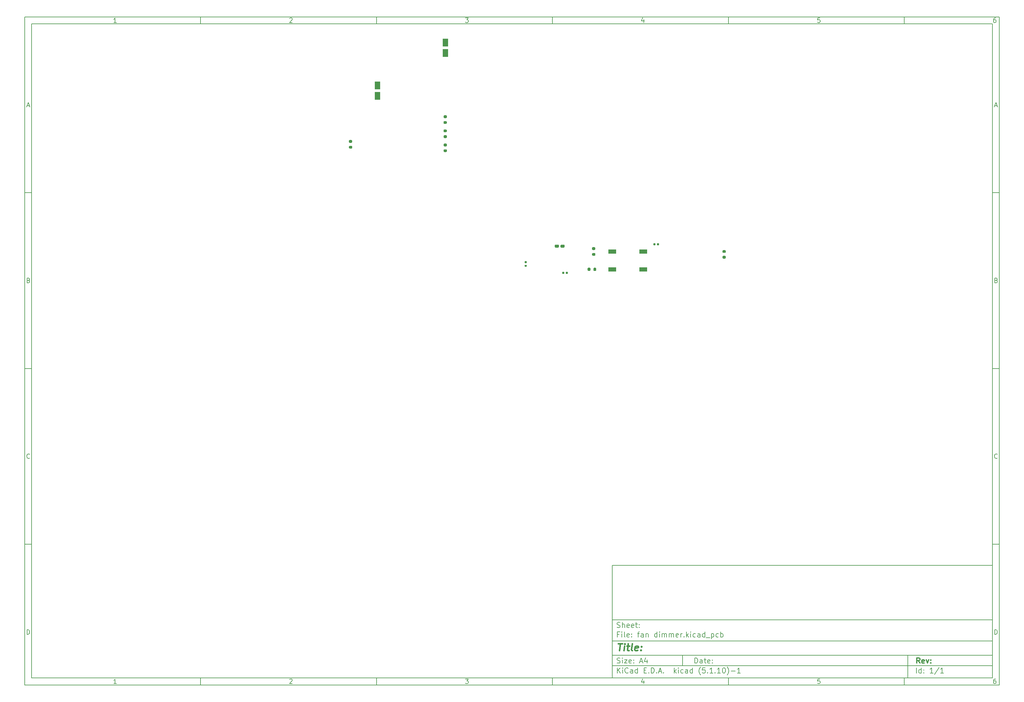
<source format=gtp>
%TF.GenerationSoftware,KiCad,Pcbnew,(5.1.10)-1*%
%TF.CreationDate,2021-11-11T09:46:56+05:30*%
%TF.ProjectId,fan dimmer,66616e20-6469-46d6-9d65-722e6b696361,rev?*%
%TF.SameCoordinates,Original*%
%TF.FileFunction,Paste,Top*%
%TF.FilePolarity,Positive*%
%FSLAX46Y46*%
G04 Gerber Fmt 4.6, Leading zero omitted, Abs format (unit mm)*
G04 Created by KiCad (PCBNEW (5.1.10)-1) date 2021-11-11 09:46:56*
%MOMM*%
%LPD*%
G01*
G04 APERTURE LIST*
%ADD10C,0.100000*%
%ADD11C,0.150000*%
%ADD12C,0.300000*%
%ADD13C,0.400000*%
%ADD14R,1.600000X2.200000*%
%ADD15R,2.235200X1.244600*%
G04 APERTURE END LIST*
D10*
D11*
X177002200Y-166007200D02*
X177002200Y-198007200D01*
X285002200Y-198007200D01*
X285002200Y-166007200D01*
X177002200Y-166007200D01*
D10*
D11*
X10000000Y-10000000D02*
X10000000Y-200007200D01*
X287002200Y-200007200D01*
X287002200Y-10000000D01*
X10000000Y-10000000D01*
D10*
D11*
X12000000Y-12000000D02*
X12000000Y-198007200D01*
X285002200Y-198007200D01*
X285002200Y-12000000D01*
X12000000Y-12000000D01*
D10*
D11*
X60000000Y-12000000D02*
X60000000Y-10000000D01*
D10*
D11*
X110000000Y-12000000D02*
X110000000Y-10000000D01*
D10*
D11*
X160000000Y-12000000D02*
X160000000Y-10000000D01*
D10*
D11*
X210000000Y-12000000D02*
X210000000Y-10000000D01*
D10*
D11*
X260000000Y-12000000D02*
X260000000Y-10000000D01*
D10*
D11*
X36065476Y-11588095D02*
X35322619Y-11588095D01*
X35694047Y-11588095D02*
X35694047Y-10288095D01*
X35570238Y-10473809D01*
X35446428Y-10597619D01*
X35322619Y-10659523D01*
D10*
D11*
X85322619Y-10411904D02*
X85384523Y-10350000D01*
X85508333Y-10288095D01*
X85817857Y-10288095D01*
X85941666Y-10350000D01*
X86003571Y-10411904D01*
X86065476Y-10535714D01*
X86065476Y-10659523D01*
X86003571Y-10845238D01*
X85260714Y-11588095D01*
X86065476Y-11588095D01*
D10*
D11*
X135260714Y-10288095D02*
X136065476Y-10288095D01*
X135632142Y-10783333D01*
X135817857Y-10783333D01*
X135941666Y-10845238D01*
X136003571Y-10907142D01*
X136065476Y-11030952D01*
X136065476Y-11340476D01*
X136003571Y-11464285D01*
X135941666Y-11526190D01*
X135817857Y-11588095D01*
X135446428Y-11588095D01*
X135322619Y-11526190D01*
X135260714Y-11464285D01*
D10*
D11*
X185941666Y-10721428D02*
X185941666Y-11588095D01*
X185632142Y-10226190D02*
X185322619Y-11154761D01*
X186127380Y-11154761D01*
D10*
D11*
X236003571Y-10288095D02*
X235384523Y-10288095D01*
X235322619Y-10907142D01*
X235384523Y-10845238D01*
X235508333Y-10783333D01*
X235817857Y-10783333D01*
X235941666Y-10845238D01*
X236003571Y-10907142D01*
X236065476Y-11030952D01*
X236065476Y-11340476D01*
X236003571Y-11464285D01*
X235941666Y-11526190D01*
X235817857Y-11588095D01*
X235508333Y-11588095D01*
X235384523Y-11526190D01*
X235322619Y-11464285D01*
D10*
D11*
X285941666Y-10288095D02*
X285694047Y-10288095D01*
X285570238Y-10350000D01*
X285508333Y-10411904D01*
X285384523Y-10597619D01*
X285322619Y-10845238D01*
X285322619Y-11340476D01*
X285384523Y-11464285D01*
X285446428Y-11526190D01*
X285570238Y-11588095D01*
X285817857Y-11588095D01*
X285941666Y-11526190D01*
X286003571Y-11464285D01*
X286065476Y-11340476D01*
X286065476Y-11030952D01*
X286003571Y-10907142D01*
X285941666Y-10845238D01*
X285817857Y-10783333D01*
X285570238Y-10783333D01*
X285446428Y-10845238D01*
X285384523Y-10907142D01*
X285322619Y-11030952D01*
D10*
D11*
X60000000Y-198007200D02*
X60000000Y-200007200D01*
D10*
D11*
X110000000Y-198007200D02*
X110000000Y-200007200D01*
D10*
D11*
X160000000Y-198007200D02*
X160000000Y-200007200D01*
D10*
D11*
X210000000Y-198007200D02*
X210000000Y-200007200D01*
D10*
D11*
X260000000Y-198007200D02*
X260000000Y-200007200D01*
D10*
D11*
X36065476Y-199595295D02*
X35322619Y-199595295D01*
X35694047Y-199595295D02*
X35694047Y-198295295D01*
X35570238Y-198481009D01*
X35446428Y-198604819D01*
X35322619Y-198666723D01*
D10*
D11*
X85322619Y-198419104D02*
X85384523Y-198357200D01*
X85508333Y-198295295D01*
X85817857Y-198295295D01*
X85941666Y-198357200D01*
X86003571Y-198419104D01*
X86065476Y-198542914D01*
X86065476Y-198666723D01*
X86003571Y-198852438D01*
X85260714Y-199595295D01*
X86065476Y-199595295D01*
D10*
D11*
X135260714Y-198295295D02*
X136065476Y-198295295D01*
X135632142Y-198790533D01*
X135817857Y-198790533D01*
X135941666Y-198852438D01*
X136003571Y-198914342D01*
X136065476Y-199038152D01*
X136065476Y-199347676D01*
X136003571Y-199471485D01*
X135941666Y-199533390D01*
X135817857Y-199595295D01*
X135446428Y-199595295D01*
X135322619Y-199533390D01*
X135260714Y-199471485D01*
D10*
D11*
X185941666Y-198728628D02*
X185941666Y-199595295D01*
X185632142Y-198233390D02*
X185322619Y-199161961D01*
X186127380Y-199161961D01*
D10*
D11*
X236003571Y-198295295D02*
X235384523Y-198295295D01*
X235322619Y-198914342D01*
X235384523Y-198852438D01*
X235508333Y-198790533D01*
X235817857Y-198790533D01*
X235941666Y-198852438D01*
X236003571Y-198914342D01*
X236065476Y-199038152D01*
X236065476Y-199347676D01*
X236003571Y-199471485D01*
X235941666Y-199533390D01*
X235817857Y-199595295D01*
X235508333Y-199595295D01*
X235384523Y-199533390D01*
X235322619Y-199471485D01*
D10*
D11*
X285941666Y-198295295D02*
X285694047Y-198295295D01*
X285570238Y-198357200D01*
X285508333Y-198419104D01*
X285384523Y-198604819D01*
X285322619Y-198852438D01*
X285322619Y-199347676D01*
X285384523Y-199471485D01*
X285446428Y-199533390D01*
X285570238Y-199595295D01*
X285817857Y-199595295D01*
X285941666Y-199533390D01*
X286003571Y-199471485D01*
X286065476Y-199347676D01*
X286065476Y-199038152D01*
X286003571Y-198914342D01*
X285941666Y-198852438D01*
X285817857Y-198790533D01*
X285570238Y-198790533D01*
X285446428Y-198852438D01*
X285384523Y-198914342D01*
X285322619Y-199038152D01*
D10*
D11*
X10000000Y-60000000D02*
X12000000Y-60000000D01*
D10*
D11*
X10000000Y-110000000D02*
X12000000Y-110000000D01*
D10*
D11*
X10000000Y-160000000D02*
X12000000Y-160000000D01*
D10*
D11*
X10690476Y-35216666D02*
X11309523Y-35216666D01*
X10566666Y-35588095D02*
X11000000Y-34288095D01*
X11433333Y-35588095D01*
D10*
D11*
X11092857Y-84907142D02*
X11278571Y-84969047D01*
X11340476Y-85030952D01*
X11402380Y-85154761D01*
X11402380Y-85340476D01*
X11340476Y-85464285D01*
X11278571Y-85526190D01*
X11154761Y-85588095D01*
X10659523Y-85588095D01*
X10659523Y-84288095D01*
X11092857Y-84288095D01*
X11216666Y-84350000D01*
X11278571Y-84411904D01*
X11340476Y-84535714D01*
X11340476Y-84659523D01*
X11278571Y-84783333D01*
X11216666Y-84845238D01*
X11092857Y-84907142D01*
X10659523Y-84907142D01*
D10*
D11*
X11402380Y-135464285D02*
X11340476Y-135526190D01*
X11154761Y-135588095D01*
X11030952Y-135588095D01*
X10845238Y-135526190D01*
X10721428Y-135402380D01*
X10659523Y-135278571D01*
X10597619Y-135030952D01*
X10597619Y-134845238D01*
X10659523Y-134597619D01*
X10721428Y-134473809D01*
X10845238Y-134350000D01*
X11030952Y-134288095D01*
X11154761Y-134288095D01*
X11340476Y-134350000D01*
X11402380Y-134411904D01*
D10*
D11*
X10659523Y-185588095D02*
X10659523Y-184288095D01*
X10969047Y-184288095D01*
X11154761Y-184350000D01*
X11278571Y-184473809D01*
X11340476Y-184597619D01*
X11402380Y-184845238D01*
X11402380Y-185030952D01*
X11340476Y-185278571D01*
X11278571Y-185402380D01*
X11154761Y-185526190D01*
X10969047Y-185588095D01*
X10659523Y-185588095D01*
D10*
D11*
X287002200Y-60000000D02*
X285002200Y-60000000D01*
D10*
D11*
X287002200Y-110000000D02*
X285002200Y-110000000D01*
D10*
D11*
X287002200Y-160000000D02*
X285002200Y-160000000D01*
D10*
D11*
X285692676Y-35216666D02*
X286311723Y-35216666D01*
X285568866Y-35588095D02*
X286002200Y-34288095D01*
X286435533Y-35588095D01*
D10*
D11*
X286095057Y-84907142D02*
X286280771Y-84969047D01*
X286342676Y-85030952D01*
X286404580Y-85154761D01*
X286404580Y-85340476D01*
X286342676Y-85464285D01*
X286280771Y-85526190D01*
X286156961Y-85588095D01*
X285661723Y-85588095D01*
X285661723Y-84288095D01*
X286095057Y-84288095D01*
X286218866Y-84350000D01*
X286280771Y-84411904D01*
X286342676Y-84535714D01*
X286342676Y-84659523D01*
X286280771Y-84783333D01*
X286218866Y-84845238D01*
X286095057Y-84907142D01*
X285661723Y-84907142D01*
D10*
D11*
X286404580Y-135464285D02*
X286342676Y-135526190D01*
X286156961Y-135588095D01*
X286033152Y-135588095D01*
X285847438Y-135526190D01*
X285723628Y-135402380D01*
X285661723Y-135278571D01*
X285599819Y-135030952D01*
X285599819Y-134845238D01*
X285661723Y-134597619D01*
X285723628Y-134473809D01*
X285847438Y-134350000D01*
X286033152Y-134288095D01*
X286156961Y-134288095D01*
X286342676Y-134350000D01*
X286404580Y-134411904D01*
D10*
D11*
X285661723Y-185588095D02*
X285661723Y-184288095D01*
X285971247Y-184288095D01*
X286156961Y-184350000D01*
X286280771Y-184473809D01*
X286342676Y-184597619D01*
X286404580Y-184845238D01*
X286404580Y-185030952D01*
X286342676Y-185278571D01*
X286280771Y-185402380D01*
X286156961Y-185526190D01*
X285971247Y-185588095D01*
X285661723Y-185588095D01*
D10*
D11*
X200434342Y-193785771D02*
X200434342Y-192285771D01*
X200791485Y-192285771D01*
X201005771Y-192357200D01*
X201148628Y-192500057D01*
X201220057Y-192642914D01*
X201291485Y-192928628D01*
X201291485Y-193142914D01*
X201220057Y-193428628D01*
X201148628Y-193571485D01*
X201005771Y-193714342D01*
X200791485Y-193785771D01*
X200434342Y-193785771D01*
X202577200Y-193785771D02*
X202577200Y-193000057D01*
X202505771Y-192857200D01*
X202362914Y-192785771D01*
X202077200Y-192785771D01*
X201934342Y-192857200D01*
X202577200Y-193714342D02*
X202434342Y-193785771D01*
X202077200Y-193785771D01*
X201934342Y-193714342D01*
X201862914Y-193571485D01*
X201862914Y-193428628D01*
X201934342Y-193285771D01*
X202077200Y-193214342D01*
X202434342Y-193214342D01*
X202577200Y-193142914D01*
X203077200Y-192785771D02*
X203648628Y-192785771D01*
X203291485Y-192285771D02*
X203291485Y-193571485D01*
X203362914Y-193714342D01*
X203505771Y-193785771D01*
X203648628Y-193785771D01*
X204720057Y-193714342D02*
X204577200Y-193785771D01*
X204291485Y-193785771D01*
X204148628Y-193714342D01*
X204077200Y-193571485D01*
X204077200Y-193000057D01*
X204148628Y-192857200D01*
X204291485Y-192785771D01*
X204577200Y-192785771D01*
X204720057Y-192857200D01*
X204791485Y-193000057D01*
X204791485Y-193142914D01*
X204077200Y-193285771D01*
X205434342Y-193642914D02*
X205505771Y-193714342D01*
X205434342Y-193785771D01*
X205362914Y-193714342D01*
X205434342Y-193642914D01*
X205434342Y-193785771D01*
X205434342Y-192857200D02*
X205505771Y-192928628D01*
X205434342Y-193000057D01*
X205362914Y-192928628D01*
X205434342Y-192857200D01*
X205434342Y-193000057D01*
D10*
D11*
X177002200Y-194507200D02*
X285002200Y-194507200D01*
D10*
D11*
X178434342Y-196585771D02*
X178434342Y-195085771D01*
X179291485Y-196585771D02*
X178648628Y-195728628D01*
X179291485Y-195085771D02*
X178434342Y-195942914D01*
X179934342Y-196585771D02*
X179934342Y-195585771D01*
X179934342Y-195085771D02*
X179862914Y-195157200D01*
X179934342Y-195228628D01*
X180005771Y-195157200D01*
X179934342Y-195085771D01*
X179934342Y-195228628D01*
X181505771Y-196442914D02*
X181434342Y-196514342D01*
X181220057Y-196585771D01*
X181077200Y-196585771D01*
X180862914Y-196514342D01*
X180720057Y-196371485D01*
X180648628Y-196228628D01*
X180577200Y-195942914D01*
X180577200Y-195728628D01*
X180648628Y-195442914D01*
X180720057Y-195300057D01*
X180862914Y-195157200D01*
X181077200Y-195085771D01*
X181220057Y-195085771D01*
X181434342Y-195157200D01*
X181505771Y-195228628D01*
X182791485Y-196585771D02*
X182791485Y-195800057D01*
X182720057Y-195657200D01*
X182577200Y-195585771D01*
X182291485Y-195585771D01*
X182148628Y-195657200D01*
X182791485Y-196514342D02*
X182648628Y-196585771D01*
X182291485Y-196585771D01*
X182148628Y-196514342D01*
X182077200Y-196371485D01*
X182077200Y-196228628D01*
X182148628Y-196085771D01*
X182291485Y-196014342D01*
X182648628Y-196014342D01*
X182791485Y-195942914D01*
X184148628Y-196585771D02*
X184148628Y-195085771D01*
X184148628Y-196514342D02*
X184005771Y-196585771D01*
X183720057Y-196585771D01*
X183577200Y-196514342D01*
X183505771Y-196442914D01*
X183434342Y-196300057D01*
X183434342Y-195871485D01*
X183505771Y-195728628D01*
X183577200Y-195657200D01*
X183720057Y-195585771D01*
X184005771Y-195585771D01*
X184148628Y-195657200D01*
X186005771Y-195800057D02*
X186505771Y-195800057D01*
X186720057Y-196585771D02*
X186005771Y-196585771D01*
X186005771Y-195085771D01*
X186720057Y-195085771D01*
X187362914Y-196442914D02*
X187434342Y-196514342D01*
X187362914Y-196585771D01*
X187291485Y-196514342D01*
X187362914Y-196442914D01*
X187362914Y-196585771D01*
X188077200Y-196585771D02*
X188077200Y-195085771D01*
X188434342Y-195085771D01*
X188648628Y-195157200D01*
X188791485Y-195300057D01*
X188862914Y-195442914D01*
X188934342Y-195728628D01*
X188934342Y-195942914D01*
X188862914Y-196228628D01*
X188791485Y-196371485D01*
X188648628Y-196514342D01*
X188434342Y-196585771D01*
X188077200Y-196585771D01*
X189577200Y-196442914D02*
X189648628Y-196514342D01*
X189577200Y-196585771D01*
X189505771Y-196514342D01*
X189577200Y-196442914D01*
X189577200Y-196585771D01*
X190220057Y-196157200D02*
X190934342Y-196157200D01*
X190077200Y-196585771D02*
X190577200Y-195085771D01*
X191077200Y-196585771D01*
X191577200Y-196442914D02*
X191648628Y-196514342D01*
X191577200Y-196585771D01*
X191505771Y-196514342D01*
X191577200Y-196442914D01*
X191577200Y-196585771D01*
X194577200Y-196585771D02*
X194577200Y-195085771D01*
X194720057Y-196014342D02*
X195148628Y-196585771D01*
X195148628Y-195585771D02*
X194577200Y-196157200D01*
X195791485Y-196585771D02*
X195791485Y-195585771D01*
X195791485Y-195085771D02*
X195720057Y-195157200D01*
X195791485Y-195228628D01*
X195862914Y-195157200D01*
X195791485Y-195085771D01*
X195791485Y-195228628D01*
X197148628Y-196514342D02*
X197005771Y-196585771D01*
X196720057Y-196585771D01*
X196577200Y-196514342D01*
X196505771Y-196442914D01*
X196434342Y-196300057D01*
X196434342Y-195871485D01*
X196505771Y-195728628D01*
X196577200Y-195657200D01*
X196720057Y-195585771D01*
X197005771Y-195585771D01*
X197148628Y-195657200D01*
X198434342Y-196585771D02*
X198434342Y-195800057D01*
X198362914Y-195657200D01*
X198220057Y-195585771D01*
X197934342Y-195585771D01*
X197791485Y-195657200D01*
X198434342Y-196514342D02*
X198291485Y-196585771D01*
X197934342Y-196585771D01*
X197791485Y-196514342D01*
X197720057Y-196371485D01*
X197720057Y-196228628D01*
X197791485Y-196085771D01*
X197934342Y-196014342D01*
X198291485Y-196014342D01*
X198434342Y-195942914D01*
X199791485Y-196585771D02*
X199791485Y-195085771D01*
X199791485Y-196514342D02*
X199648628Y-196585771D01*
X199362914Y-196585771D01*
X199220057Y-196514342D01*
X199148628Y-196442914D01*
X199077200Y-196300057D01*
X199077200Y-195871485D01*
X199148628Y-195728628D01*
X199220057Y-195657200D01*
X199362914Y-195585771D01*
X199648628Y-195585771D01*
X199791485Y-195657200D01*
X202077200Y-197157200D02*
X202005771Y-197085771D01*
X201862914Y-196871485D01*
X201791485Y-196728628D01*
X201720057Y-196514342D01*
X201648628Y-196157200D01*
X201648628Y-195871485D01*
X201720057Y-195514342D01*
X201791485Y-195300057D01*
X201862914Y-195157200D01*
X202005771Y-194942914D01*
X202077200Y-194871485D01*
X203362914Y-195085771D02*
X202648628Y-195085771D01*
X202577200Y-195800057D01*
X202648628Y-195728628D01*
X202791485Y-195657200D01*
X203148628Y-195657200D01*
X203291485Y-195728628D01*
X203362914Y-195800057D01*
X203434342Y-195942914D01*
X203434342Y-196300057D01*
X203362914Y-196442914D01*
X203291485Y-196514342D01*
X203148628Y-196585771D01*
X202791485Y-196585771D01*
X202648628Y-196514342D01*
X202577200Y-196442914D01*
X204077200Y-196442914D02*
X204148628Y-196514342D01*
X204077200Y-196585771D01*
X204005771Y-196514342D01*
X204077200Y-196442914D01*
X204077200Y-196585771D01*
X205577200Y-196585771D02*
X204720057Y-196585771D01*
X205148628Y-196585771D02*
X205148628Y-195085771D01*
X205005771Y-195300057D01*
X204862914Y-195442914D01*
X204720057Y-195514342D01*
X206220057Y-196442914D02*
X206291485Y-196514342D01*
X206220057Y-196585771D01*
X206148628Y-196514342D01*
X206220057Y-196442914D01*
X206220057Y-196585771D01*
X207720057Y-196585771D02*
X206862914Y-196585771D01*
X207291485Y-196585771D02*
X207291485Y-195085771D01*
X207148628Y-195300057D01*
X207005771Y-195442914D01*
X206862914Y-195514342D01*
X208648628Y-195085771D02*
X208791485Y-195085771D01*
X208934342Y-195157200D01*
X209005771Y-195228628D01*
X209077200Y-195371485D01*
X209148628Y-195657200D01*
X209148628Y-196014342D01*
X209077200Y-196300057D01*
X209005771Y-196442914D01*
X208934342Y-196514342D01*
X208791485Y-196585771D01*
X208648628Y-196585771D01*
X208505771Y-196514342D01*
X208434342Y-196442914D01*
X208362914Y-196300057D01*
X208291485Y-196014342D01*
X208291485Y-195657200D01*
X208362914Y-195371485D01*
X208434342Y-195228628D01*
X208505771Y-195157200D01*
X208648628Y-195085771D01*
X209648628Y-197157200D02*
X209720057Y-197085771D01*
X209862914Y-196871485D01*
X209934342Y-196728628D01*
X210005771Y-196514342D01*
X210077200Y-196157200D01*
X210077200Y-195871485D01*
X210005771Y-195514342D01*
X209934342Y-195300057D01*
X209862914Y-195157200D01*
X209720057Y-194942914D01*
X209648628Y-194871485D01*
X210791485Y-196014342D02*
X211934342Y-196014342D01*
X213434342Y-196585771D02*
X212577200Y-196585771D01*
X213005771Y-196585771D02*
X213005771Y-195085771D01*
X212862914Y-195300057D01*
X212720057Y-195442914D01*
X212577200Y-195514342D01*
D10*
D11*
X177002200Y-191507200D02*
X285002200Y-191507200D01*
D10*
D12*
X264411485Y-193785771D02*
X263911485Y-193071485D01*
X263554342Y-193785771D02*
X263554342Y-192285771D01*
X264125771Y-192285771D01*
X264268628Y-192357200D01*
X264340057Y-192428628D01*
X264411485Y-192571485D01*
X264411485Y-192785771D01*
X264340057Y-192928628D01*
X264268628Y-193000057D01*
X264125771Y-193071485D01*
X263554342Y-193071485D01*
X265625771Y-193714342D02*
X265482914Y-193785771D01*
X265197200Y-193785771D01*
X265054342Y-193714342D01*
X264982914Y-193571485D01*
X264982914Y-193000057D01*
X265054342Y-192857200D01*
X265197200Y-192785771D01*
X265482914Y-192785771D01*
X265625771Y-192857200D01*
X265697200Y-193000057D01*
X265697200Y-193142914D01*
X264982914Y-193285771D01*
X266197200Y-192785771D02*
X266554342Y-193785771D01*
X266911485Y-192785771D01*
X267482914Y-193642914D02*
X267554342Y-193714342D01*
X267482914Y-193785771D01*
X267411485Y-193714342D01*
X267482914Y-193642914D01*
X267482914Y-193785771D01*
X267482914Y-192857200D02*
X267554342Y-192928628D01*
X267482914Y-193000057D01*
X267411485Y-192928628D01*
X267482914Y-192857200D01*
X267482914Y-193000057D01*
D10*
D11*
X178362914Y-193714342D02*
X178577200Y-193785771D01*
X178934342Y-193785771D01*
X179077200Y-193714342D01*
X179148628Y-193642914D01*
X179220057Y-193500057D01*
X179220057Y-193357200D01*
X179148628Y-193214342D01*
X179077200Y-193142914D01*
X178934342Y-193071485D01*
X178648628Y-193000057D01*
X178505771Y-192928628D01*
X178434342Y-192857200D01*
X178362914Y-192714342D01*
X178362914Y-192571485D01*
X178434342Y-192428628D01*
X178505771Y-192357200D01*
X178648628Y-192285771D01*
X179005771Y-192285771D01*
X179220057Y-192357200D01*
X179862914Y-193785771D02*
X179862914Y-192785771D01*
X179862914Y-192285771D02*
X179791485Y-192357200D01*
X179862914Y-192428628D01*
X179934342Y-192357200D01*
X179862914Y-192285771D01*
X179862914Y-192428628D01*
X180434342Y-192785771D02*
X181220057Y-192785771D01*
X180434342Y-193785771D01*
X181220057Y-193785771D01*
X182362914Y-193714342D02*
X182220057Y-193785771D01*
X181934342Y-193785771D01*
X181791485Y-193714342D01*
X181720057Y-193571485D01*
X181720057Y-193000057D01*
X181791485Y-192857200D01*
X181934342Y-192785771D01*
X182220057Y-192785771D01*
X182362914Y-192857200D01*
X182434342Y-193000057D01*
X182434342Y-193142914D01*
X181720057Y-193285771D01*
X183077200Y-193642914D02*
X183148628Y-193714342D01*
X183077200Y-193785771D01*
X183005771Y-193714342D01*
X183077200Y-193642914D01*
X183077200Y-193785771D01*
X183077200Y-192857200D02*
X183148628Y-192928628D01*
X183077200Y-193000057D01*
X183005771Y-192928628D01*
X183077200Y-192857200D01*
X183077200Y-193000057D01*
X184862914Y-193357200D02*
X185577200Y-193357200D01*
X184720057Y-193785771D02*
X185220057Y-192285771D01*
X185720057Y-193785771D01*
X186862914Y-192785771D02*
X186862914Y-193785771D01*
X186505771Y-192214342D02*
X186148628Y-193285771D01*
X187077200Y-193285771D01*
D10*
D11*
X263434342Y-196585771D02*
X263434342Y-195085771D01*
X264791485Y-196585771D02*
X264791485Y-195085771D01*
X264791485Y-196514342D02*
X264648628Y-196585771D01*
X264362914Y-196585771D01*
X264220057Y-196514342D01*
X264148628Y-196442914D01*
X264077200Y-196300057D01*
X264077200Y-195871485D01*
X264148628Y-195728628D01*
X264220057Y-195657200D01*
X264362914Y-195585771D01*
X264648628Y-195585771D01*
X264791485Y-195657200D01*
X265505771Y-196442914D02*
X265577200Y-196514342D01*
X265505771Y-196585771D01*
X265434342Y-196514342D01*
X265505771Y-196442914D01*
X265505771Y-196585771D01*
X265505771Y-195657200D02*
X265577200Y-195728628D01*
X265505771Y-195800057D01*
X265434342Y-195728628D01*
X265505771Y-195657200D01*
X265505771Y-195800057D01*
X268148628Y-196585771D02*
X267291485Y-196585771D01*
X267720057Y-196585771D02*
X267720057Y-195085771D01*
X267577200Y-195300057D01*
X267434342Y-195442914D01*
X267291485Y-195514342D01*
X269862914Y-195014342D02*
X268577200Y-196942914D01*
X271148628Y-196585771D02*
X270291485Y-196585771D01*
X270720057Y-196585771D02*
X270720057Y-195085771D01*
X270577200Y-195300057D01*
X270434342Y-195442914D01*
X270291485Y-195514342D01*
D10*
D11*
X177002200Y-187507200D02*
X285002200Y-187507200D01*
D10*
D13*
X178714580Y-188211961D02*
X179857438Y-188211961D01*
X179036009Y-190211961D02*
X179286009Y-188211961D01*
X180274104Y-190211961D02*
X180440771Y-188878628D01*
X180524104Y-188211961D02*
X180416961Y-188307200D01*
X180500295Y-188402438D01*
X180607438Y-188307200D01*
X180524104Y-188211961D01*
X180500295Y-188402438D01*
X181107438Y-188878628D02*
X181869342Y-188878628D01*
X181476485Y-188211961D02*
X181262200Y-189926247D01*
X181333628Y-190116723D01*
X181512200Y-190211961D01*
X181702676Y-190211961D01*
X182655057Y-190211961D02*
X182476485Y-190116723D01*
X182405057Y-189926247D01*
X182619342Y-188211961D01*
X184190771Y-190116723D02*
X183988390Y-190211961D01*
X183607438Y-190211961D01*
X183428866Y-190116723D01*
X183357438Y-189926247D01*
X183452676Y-189164342D01*
X183571723Y-188973866D01*
X183774104Y-188878628D01*
X184155057Y-188878628D01*
X184333628Y-188973866D01*
X184405057Y-189164342D01*
X184381247Y-189354819D01*
X183405057Y-189545295D01*
X185155057Y-190021485D02*
X185238390Y-190116723D01*
X185131247Y-190211961D01*
X185047914Y-190116723D01*
X185155057Y-190021485D01*
X185131247Y-190211961D01*
X185286009Y-188973866D02*
X185369342Y-189069104D01*
X185262200Y-189164342D01*
X185178866Y-189069104D01*
X185286009Y-188973866D01*
X185262200Y-189164342D01*
D10*
D11*
X178934342Y-185600057D02*
X178434342Y-185600057D01*
X178434342Y-186385771D02*
X178434342Y-184885771D01*
X179148628Y-184885771D01*
X179720057Y-186385771D02*
X179720057Y-185385771D01*
X179720057Y-184885771D02*
X179648628Y-184957200D01*
X179720057Y-185028628D01*
X179791485Y-184957200D01*
X179720057Y-184885771D01*
X179720057Y-185028628D01*
X180648628Y-186385771D02*
X180505771Y-186314342D01*
X180434342Y-186171485D01*
X180434342Y-184885771D01*
X181791485Y-186314342D02*
X181648628Y-186385771D01*
X181362914Y-186385771D01*
X181220057Y-186314342D01*
X181148628Y-186171485D01*
X181148628Y-185600057D01*
X181220057Y-185457200D01*
X181362914Y-185385771D01*
X181648628Y-185385771D01*
X181791485Y-185457200D01*
X181862914Y-185600057D01*
X181862914Y-185742914D01*
X181148628Y-185885771D01*
X182505771Y-186242914D02*
X182577200Y-186314342D01*
X182505771Y-186385771D01*
X182434342Y-186314342D01*
X182505771Y-186242914D01*
X182505771Y-186385771D01*
X182505771Y-185457200D02*
X182577200Y-185528628D01*
X182505771Y-185600057D01*
X182434342Y-185528628D01*
X182505771Y-185457200D01*
X182505771Y-185600057D01*
X184148628Y-185385771D02*
X184720057Y-185385771D01*
X184362914Y-186385771D02*
X184362914Y-185100057D01*
X184434342Y-184957200D01*
X184577200Y-184885771D01*
X184720057Y-184885771D01*
X185862914Y-186385771D02*
X185862914Y-185600057D01*
X185791485Y-185457200D01*
X185648628Y-185385771D01*
X185362914Y-185385771D01*
X185220057Y-185457200D01*
X185862914Y-186314342D02*
X185720057Y-186385771D01*
X185362914Y-186385771D01*
X185220057Y-186314342D01*
X185148628Y-186171485D01*
X185148628Y-186028628D01*
X185220057Y-185885771D01*
X185362914Y-185814342D01*
X185720057Y-185814342D01*
X185862914Y-185742914D01*
X186577200Y-185385771D02*
X186577200Y-186385771D01*
X186577200Y-185528628D02*
X186648628Y-185457200D01*
X186791485Y-185385771D01*
X187005771Y-185385771D01*
X187148628Y-185457200D01*
X187220057Y-185600057D01*
X187220057Y-186385771D01*
X189720057Y-186385771D02*
X189720057Y-184885771D01*
X189720057Y-186314342D02*
X189577200Y-186385771D01*
X189291485Y-186385771D01*
X189148628Y-186314342D01*
X189077200Y-186242914D01*
X189005771Y-186100057D01*
X189005771Y-185671485D01*
X189077200Y-185528628D01*
X189148628Y-185457200D01*
X189291485Y-185385771D01*
X189577200Y-185385771D01*
X189720057Y-185457200D01*
X190434342Y-186385771D02*
X190434342Y-185385771D01*
X190434342Y-184885771D02*
X190362914Y-184957200D01*
X190434342Y-185028628D01*
X190505771Y-184957200D01*
X190434342Y-184885771D01*
X190434342Y-185028628D01*
X191148628Y-186385771D02*
X191148628Y-185385771D01*
X191148628Y-185528628D02*
X191220057Y-185457200D01*
X191362914Y-185385771D01*
X191577200Y-185385771D01*
X191720057Y-185457200D01*
X191791485Y-185600057D01*
X191791485Y-186385771D01*
X191791485Y-185600057D02*
X191862914Y-185457200D01*
X192005771Y-185385771D01*
X192220057Y-185385771D01*
X192362914Y-185457200D01*
X192434342Y-185600057D01*
X192434342Y-186385771D01*
X193148628Y-186385771D02*
X193148628Y-185385771D01*
X193148628Y-185528628D02*
X193220057Y-185457200D01*
X193362914Y-185385771D01*
X193577200Y-185385771D01*
X193720057Y-185457200D01*
X193791485Y-185600057D01*
X193791485Y-186385771D01*
X193791485Y-185600057D02*
X193862914Y-185457200D01*
X194005771Y-185385771D01*
X194220057Y-185385771D01*
X194362914Y-185457200D01*
X194434342Y-185600057D01*
X194434342Y-186385771D01*
X195720057Y-186314342D02*
X195577200Y-186385771D01*
X195291485Y-186385771D01*
X195148628Y-186314342D01*
X195077200Y-186171485D01*
X195077200Y-185600057D01*
X195148628Y-185457200D01*
X195291485Y-185385771D01*
X195577200Y-185385771D01*
X195720057Y-185457200D01*
X195791485Y-185600057D01*
X195791485Y-185742914D01*
X195077200Y-185885771D01*
X196434342Y-186385771D02*
X196434342Y-185385771D01*
X196434342Y-185671485D02*
X196505771Y-185528628D01*
X196577200Y-185457200D01*
X196720057Y-185385771D01*
X196862914Y-185385771D01*
X197362914Y-186242914D02*
X197434342Y-186314342D01*
X197362914Y-186385771D01*
X197291485Y-186314342D01*
X197362914Y-186242914D01*
X197362914Y-186385771D01*
X198077200Y-186385771D02*
X198077200Y-184885771D01*
X198220057Y-185814342D02*
X198648628Y-186385771D01*
X198648628Y-185385771D02*
X198077200Y-185957200D01*
X199291485Y-186385771D02*
X199291485Y-185385771D01*
X199291485Y-184885771D02*
X199220057Y-184957200D01*
X199291485Y-185028628D01*
X199362914Y-184957200D01*
X199291485Y-184885771D01*
X199291485Y-185028628D01*
X200648628Y-186314342D02*
X200505771Y-186385771D01*
X200220057Y-186385771D01*
X200077200Y-186314342D01*
X200005771Y-186242914D01*
X199934342Y-186100057D01*
X199934342Y-185671485D01*
X200005771Y-185528628D01*
X200077200Y-185457200D01*
X200220057Y-185385771D01*
X200505771Y-185385771D01*
X200648628Y-185457200D01*
X201934342Y-186385771D02*
X201934342Y-185600057D01*
X201862914Y-185457200D01*
X201720057Y-185385771D01*
X201434342Y-185385771D01*
X201291485Y-185457200D01*
X201934342Y-186314342D02*
X201791485Y-186385771D01*
X201434342Y-186385771D01*
X201291485Y-186314342D01*
X201220057Y-186171485D01*
X201220057Y-186028628D01*
X201291485Y-185885771D01*
X201434342Y-185814342D01*
X201791485Y-185814342D01*
X201934342Y-185742914D01*
X203291485Y-186385771D02*
X203291485Y-184885771D01*
X203291485Y-186314342D02*
X203148628Y-186385771D01*
X202862914Y-186385771D01*
X202720057Y-186314342D01*
X202648628Y-186242914D01*
X202577200Y-186100057D01*
X202577200Y-185671485D01*
X202648628Y-185528628D01*
X202720057Y-185457200D01*
X202862914Y-185385771D01*
X203148628Y-185385771D01*
X203291485Y-185457200D01*
X203648628Y-186528628D02*
X204791485Y-186528628D01*
X205148628Y-185385771D02*
X205148628Y-186885771D01*
X205148628Y-185457200D02*
X205291485Y-185385771D01*
X205577200Y-185385771D01*
X205720057Y-185457200D01*
X205791485Y-185528628D01*
X205862914Y-185671485D01*
X205862914Y-186100057D01*
X205791485Y-186242914D01*
X205720057Y-186314342D01*
X205577200Y-186385771D01*
X205291485Y-186385771D01*
X205148628Y-186314342D01*
X207148628Y-186314342D02*
X207005771Y-186385771D01*
X206720057Y-186385771D01*
X206577200Y-186314342D01*
X206505771Y-186242914D01*
X206434342Y-186100057D01*
X206434342Y-185671485D01*
X206505771Y-185528628D01*
X206577200Y-185457200D01*
X206720057Y-185385771D01*
X207005771Y-185385771D01*
X207148628Y-185457200D01*
X207791485Y-186385771D02*
X207791485Y-184885771D01*
X207791485Y-185457200D02*
X207934342Y-185385771D01*
X208220057Y-185385771D01*
X208362914Y-185457200D01*
X208434342Y-185528628D01*
X208505771Y-185671485D01*
X208505771Y-186100057D01*
X208434342Y-186242914D01*
X208362914Y-186314342D01*
X208220057Y-186385771D01*
X207934342Y-186385771D01*
X207791485Y-186314342D01*
D10*
D11*
X177002200Y-181507200D02*
X285002200Y-181507200D01*
D10*
D11*
X178362914Y-183614342D02*
X178577200Y-183685771D01*
X178934342Y-183685771D01*
X179077200Y-183614342D01*
X179148628Y-183542914D01*
X179220057Y-183400057D01*
X179220057Y-183257200D01*
X179148628Y-183114342D01*
X179077200Y-183042914D01*
X178934342Y-182971485D01*
X178648628Y-182900057D01*
X178505771Y-182828628D01*
X178434342Y-182757200D01*
X178362914Y-182614342D01*
X178362914Y-182471485D01*
X178434342Y-182328628D01*
X178505771Y-182257200D01*
X178648628Y-182185771D01*
X179005771Y-182185771D01*
X179220057Y-182257200D01*
X179862914Y-183685771D02*
X179862914Y-182185771D01*
X180505771Y-183685771D02*
X180505771Y-182900057D01*
X180434342Y-182757200D01*
X180291485Y-182685771D01*
X180077200Y-182685771D01*
X179934342Y-182757200D01*
X179862914Y-182828628D01*
X181791485Y-183614342D02*
X181648628Y-183685771D01*
X181362914Y-183685771D01*
X181220057Y-183614342D01*
X181148628Y-183471485D01*
X181148628Y-182900057D01*
X181220057Y-182757200D01*
X181362914Y-182685771D01*
X181648628Y-182685771D01*
X181791485Y-182757200D01*
X181862914Y-182900057D01*
X181862914Y-183042914D01*
X181148628Y-183185771D01*
X183077200Y-183614342D02*
X182934342Y-183685771D01*
X182648628Y-183685771D01*
X182505771Y-183614342D01*
X182434342Y-183471485D01*
X182434342Y-182900057D01*
X182505771Y-182757200D01*
X182648628Y-182685771D01*
X182934342Y-182685771D01*
X183077200Y-182757200D01*
X183148628Y-182900057D01*
X183148628Y-183042914D01*
X182434342Y-183185771D01*
X183577200Y-182685771D02*
X184148628Y-182685771D01*
X183791485Y-182185771D02*
X183791485Y-183471485D01*
X183862914Y-183614342D01*
X184005771Y-183685771D01*
X184148628Y-183685771D01*
X184648628Y-183542914D02*
X184720057Y-183614342D01*
X184648628Y-183685771D01*
X184577200Y-183614342D01*
X184648628Y-183542914D01*
X184648628Y-183685771D01*
X184648628Y-182757200D02*
X184720057Y-182828628D01*
X184648628Y-182900057D01*
X184577200Y-182828628D01*
X184648628Y-182757200D01*
X184648628Y-182900057D01*
D10*
D11*
X197002200Y-191507200D02*
X197002200Y-194507200D01*
D10*
D11*
X261002200Y-191507200D02*
X261002200Y-198007200D01*
D14*
%TO.C,C2*%
X110236000Y-29488000D03*
X110236000Y-32488000D03*
%TD*%
%TO.C,C1*%
X129540000Y-17296000D03*
X129540000Y-20296000D03*
%TD*%
%TO.C,R10*%
G36*
G01*
X102891000Y-45803000D02*
X102341000Y-45803000D01*
G75*
G02*
X102141000Y-45603000I0J200000D01*
G01*
X102141000Y-45203000D01*
G75*
G02*
X102341000Y-45003000I200000J0D01*
G01*
X102891000Y-45003000D01*
G75*
G02*
X103091000Y-45203000I0J-200000D01*
G01*
X103091000Y-45603000D01*
G75*
G02*
X102891000Y-45803000I-200000J0D01*
G01*
G37*
G36*
G01*
X102891000Y-47453000D02*
X102341000Y-47453000D01*
G75*
G02*
X102141000Y-47253000I0J200000D01*
G01*
X102141000Y-46853000D01*
G75*
G02*
X102341000Y-46653000I200000J0D01*
G01*
X102891000Y-46653000D01*
G75*
G02*
X103091000Y-46853000I0J-200000D01*
G01*
X103091000Y-47253000D01*
G75*
G02*
X102891000Y-47453000I-200000J0D01*
G01*
G37*
%TD*%
%TO.C,R9*%
G36*
G01*
X129794827Y-38789000D02*
X129244827Y-38789000D01*
G75*
G02*
X129044827Y-38589000I0J200000D01*
G01*
X129044827Y-38189000D01*
G75*
G02*
X129244827Y-37989000I200000J0D01*
G01*
X129794827Y-37989000D01*
G75*
G02*
X129994827Y-38189000I0J-200000D01*
G01*
X129994827Y-38589000D01*
G75*
G02*
X129794827Y-38789000I-200000J0D01*
G01*
G37*
G36*
G01*
X129794827Y-40439000D02*
X129244827Y-40439000D01*
G75*
G02*
X129044827Y-40239000I0J200000D01*
G01*
X129044827Y-39839000D01*
G75*
G02*
X129244827Y-39639000I200000J0D01*
G01*
X129794827Y-39639000D01*
G75*
G02*
X129994827Y-39839000I0J-200000D01*
G01*
X129994827Y-40239000D01*
G75*
G02*
X129794827Y-40439000I-200000J0D01*
G01*
G37*
%TD*%
%TO.C,R8*%
G36*
G01*
X129794827Y-42799000D02*
X129244827Y-42799000D01*
G75*
G02*
X129044827Y-42599000I0J200000D01*
G01*
X129044827Y-42199000D01*
G75*
G02*
X129244827Y-41999000I200000J0D01*
G01*
X129794827Y-41999000D01*
G75*
G02*
X129994827Y-42199000I0J-200000D01*
G01*
X129994827Y-42599000D01*
G75*
G02*
X129794827Y-42799000I-200000J0D01*
G01*
G37*
G36*
G01*
X129794827Y-44449000D02*
X129244827Y-44449000D01*
G75*
G02*
X129044827Y-44249000I0J200000D01*
G01*
X129044827Y-43849000D01*
G75*
G02*
X129244827Y-43649000I200000J0D01*
G01*
X129794827Y-43649000D01*
G75*
G02*
X129994827Y-43849000I0J-200000D01*
G01*
X129994827Y-44249000D01*
G75*
G02*
X129794827Y-44449000I-200000J0D01*
G01*
G37*
%TD*%
%TO.C,R7*%
G36*
G01*
X129794827Y-46809000D02*
X129244827Y-46809000D01*
G75*
G02*
X129044827Y-46609000I0J200000D01*
G01*
X129044827Y-46209000D01*
G75*
G02*
X129244827Y-46009000I200000J0D01*
G01*
X129794827Y-46009000D01*
G75*
G02*
X129994827Y-46209000I0J-200000D01*
G01*
X129994827Y-46609000D01*
G75*
G02*
X129794827Y-46809000I-200000J0D01*
G01*
G37*
G36*
G01*
X129794827Y-48459000D02*
X129244827Y-48459000D01*
G75*
G02*
X129044827Y-48259000I0J200000D01*
G01*
X129044827Y-47859000D01*
G75*
G02*
X129244827Y-47659000I200000J0D01*
G01*
X129794827Y-47659000D01*
G75*
G02*
X129994827Y-47859000I0J-200000D01*
G01*
X129994827Y-48259000D01*
G75*
G02*
X129794827Y-48459000I-200000J0D01*
G01*
G37*
%TD*%
D15*
%TO.C,U2*%
X176961800Y-81788000D03*
X176961800Y-76708000D03*
X185750200Y-76708000D03*
X185750200Y-81788000D03*
%TD*%
%TO.C,R6*%
G36*
G01*
X209063000Y-77108000D02*
X208513000Y-77108000D01*
G75*
G02*
X208313000Y-76908000I0J200000D01*
G01*
X208313000Y-76508000D01*
G75*
G02*
X208513000Y-76308000I200000J0D01*
G01*
X209063000Y-76308000D01*
G75*
G02*
X209263000Y-76508000I0J-200000D01*
G01*
X209263000Y-76908000D01*
G75*
G02*
X209063000Y-77108000I-200000J0D01*
G01*
G37*
G36*
G01*
X209063000Y-78758000D02*
X208513000Y-78758000D01*
G75*
G02*
X208313000Y-78558000I0J200000D01*
G01*
X208313000Y-78158000D01*
G75*
G02*
X208513000Y-77958000I200000J0D01*
G01*
X209063000Y-77958000D01*
G75*
G02*
X209263000Y-78158000I0J-200000D01*
G01*
X209263000Y-78558000D01*
G75*
G02*
X209063000Y-78758000I-200000J0D01*
G01*
G37*
%TD*%
%TO.C,R5*%
G36*
G01*
X189242000Y-74491000D02*
X189242000Y-74861000D01*
G75*
G02*
X189107000Y-74996000I-135000J0D01*
G01*
X188837000Y-74996000D01*
G75*
G02*
X188702000Y-74861000I0J135000D01*
G01*
X188702000Y-74491000D01*
G75*
G02*
X188837000Y-74356000I135000J0D01*
G01*
X189107000Y-74356000D01*
G75*
G02*
X189242000Y-74491000I0J-135000D01*
G01*
G37*
G36*
G01*
X190262000Y-74491000D02*
X190262000Y-74861000D01*
G75*
G02*
X190127000Y-74996000I-135000J0D01*
G01*
X189857000Y-74996000D01*
G75*
G02*
X189722000Y-74861000I0J135000D01*
G01*
X189722000Y-74491000D01*
G75*
G02*
X189857000Y-74356000I135000J0D01*
G01*
X190127000Y-74356000D01*
G75*
G02*
X190262000Y-74491000I0J-135000D01*
G01*
G37*
%TD*%
%TO.C,R4*%
G36*
G01*
X171429000Y-77133000D02*
X171979000Y-77133000D01*
G75*
G02*
X172179000Y-77333000I0J-200000D01*
G01*
X172179000Y-77733000D01*
G75*
G02*
X171979000Y-77933000I-200000J0D01*
G01*
X171429000Y-77933000D01*
G75*
G02*
X171229000Y-77733000I0J200000D01*
G01*
X171229000Y-77333000D01*
G75*
G02*
X171429000Y-77133000I200000J0D01*
G01*
G37*
G36*
G01*
X171429000Y-75483000D02*
X171979000Y-75483000D01*
G75*
G02*
X172179000Y-75683000I0J-200000D01*
G01*
X172179000Y-76083000D01*
G75*
G02*
X171979000Y-76283000I-200000J0D01*
G01*
X171429000Y-76283000D01*
G75*
G02*
X171229000Y-76083000I0J200000D01*
G01*
X171229000Y-75683000D01*
G75*
G02*
X171429000Y-75483000I200000J0D01*
G01*
G37*
%TD*%
%TO.C,R3*%
G36*
G01*
X170771000Y-81513000D02*
X170771000Y-82063000D01*
G75*
G02*
X170571000Y-82263000I-200000J0D01*
G01*
X170171000Y-82263000D01*
G75*
G02*
X169971000Y-82063000I0J200000D01*
G01*
X169971000Y-81513000D01*
G75*
G02*
X170171000Y-81313000I200000J0D01*
G01*
X170571000Y-81313000D01*
G75*
G02*
X170771000Y-81513000I0J-200000D01*
G01*
G37*
G36*
G01*
X172421000Y-81513000D02*
X172421000Y-82063000D01*
G75*
G02*
X172221000Y-82263000I-200000J0D01*
G01*
X171821000Y-82263000D01*
G75*
G02*
X171621000Y-82063000I0J200000D01*
G01*
X171621000Y-81513000D01*
G75*
G02*
X171821000Y-81313000I200000J0D01*
G01*
X172221000Y-81313000D01*
G75*
G02*
X172421000Y-81513000I0J-200000D01*
G01*
G37*
%TD*%
%TO.C,R2*%
G36*
G01*
X163338000Y-82619000D02*
X163338000Y-82989000D01*
G75*
G02*
X163203000Y-83124000I-135000J0D01*
G01*
X162933000Y-83124000D01*
G75*
G02*
X162798000Y-82989000I0J135000D01*
G01*
X162798000Y-82619000D01*
G75*
G02*
X162933000Y-82484000I135000J0D01*
G01*
X163203000Y-82484000D01*
G75*
G02*
X163338000Y-82619000I0J-135000D01*
G01*
G37*
G36*
G01*
X164358000Y-82619000D02*
X164358000Y-82989000D01*
G75*
G02*
X164223000Y-83124000I-135000J0D01*
G01*
X163953000Y-83124000D01*
G75*
G02*
X163818000Y-82989000I0J135000D01*
G01*
X163818000Y-82619000D01*
G75*
G02*
X163953000Y-82484000I135000J0D01*
G01*
X164223000Y-82484000D01*
G75*
G02*
X164358000Y-82619000I0J-135000D01*
G01*
G37*
%TD*%
%TO.C,R1*%
G36*
G01*
X152215000Y-80504000D02*
X152585000Y-80504000D01*
G75*
G02*
X152720000Y-80639000I0J-135000D01*
G01*
X152720000Y-80909000D01*
G75*
G02*
X152585000Y-81044000I-135000J0D01*
G01*
X152215000Y-81044000D01*
G75*
G02*
X152080000Y-80909000I0J135000D01*
G01*
X152080000Y-80639000D01*
G75*
G02*
X152215000Y-80504000I135000J0D01*
G01*
G37*
G36*
G01*
X152215000Y-79484000D02*
X152585000Y-79484000D01*
G75*
G02*
X152720000Y-79619000I0J-135000D01*
G01*
X152720000Y-79889000D01*
G75*
G02*
X152585000Y-80024000I-135000J0D01*
G01*
X152215000Y-80024000D01*
G75*
G02*
X152080000Y-79889000I0J135000D01*
G01*
X152080000Y-79619000D01*
G75*
G02*
X152215000Y-79484000I135000J0D01*
G01*
G37*
%TD*%
%TO.C,D1*%
G36*
G01*
X162252000Y-75396500D02*
X162252000Y-74971500D01*
G75*
G02*
X162464500Y-74759000I212500J0D01*
G01*
X163264500Y-74759000D01*
G75*
G02*
X163477000Y-74971500I0J-212500D01*
G01*
X163477000Y-75396500D01*
G75*
G02*
X163264500Y-75609000I-212500J0D01*
G01*
X162464500Y-75609000D01*
G75*
G02*
X162252000Y-75396500I0J212500D01*
G01*
G37*
G36*
G01*
X160627000Y-75396500D02*
X160627000Y-74971500D01*
G75*
G02*
X160839500Y-74759000I212500J0D01*
G01*
X161639500Y-74759000D01*
G75*
G02*
X161852000Y-74971500I0J-212500D01*
G01*
X161852000Y-75396500D01*
G75*
G02*
X161639500Y-75609000I-212500J0D01*
G01*
X160839500Y-75609000D01*
G75*
G02*
X160627000Y-75396500I0J212500D01*
G01*
G37*
%TD*%
M02*

</source>
